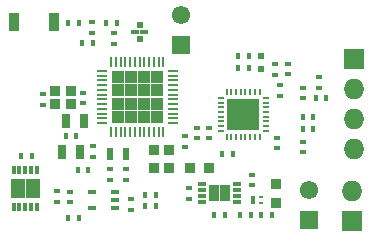
<source format=gts>
G04 #@! TF.GenerationSoftware,KiCad,Pcbnew,(5.0.0)*
G04 #@! TF.CreationDate,2019-04-26T12:00:10-04:00*
G04 #@! TF.ProjectId,StrainGauge2,53747261696E4761756765322E6B6963,rev?*
G04 #@! TF.SameCoordinates,Original*
G04 #@! TF.FileFunction,Soldermask,Top*
G04 #@! TF.FilePolarity,Negative*
%FSLAX46Y46*%
G04 Gerber Fmt 4.6, Leading zero omitted, Abs format (unit mm)*
G04 Created by KiCad (PCBNEW (5.0.0)) date 04/26/19 12:00:10*
%MOMM*%
%LPD*%
G01*
G04 APERTURE LIST*
%ADD10R,1.730000X1.730000*%
%ADD11O,1.730000X1.730000*%
%ADD12R,0.629440X0.428780*%
%ADD13R,0.428780X0.629440*%
%ADD14R,0.680000X0.430000*%
%ADD15R,0.830000X0.830000*%
%ADD16O,0.630000X0.230000*%
%ADD17R,0.630000X0.230000*%
%ADD18O,0.230000X0.630000*%
%ADD19R,0.230000X0.630000*%
%ADD20R,1.355000X1.355000*%
%ADD21R,0.330000X0.680000*%
%ADD22R,1.270000X0.805000*%
%ADD23R,0.730000X0.330000*%
%ADD24R,0.630000X0.630000*%
%ADD25R,1.554000X1.554000*%
%ADD26C,1.554000*%
%ADD27R,0.665000X1.173000*%
%ADD28R,0.930000X0.830000*%
%ADD29R,0.830000X1.630000*%
%ADD30R,0.230000X0.830000*%
%ADD31R,0.830000X0.230000*%
%ADD32R,1.142500X1.142500*%
%ADD33R,0.630000X1.130000*%
%ADD34R,0.530000X0.630000*%
%ADD35R,0.780000X0.330000*%
%ADD36R,0.905000X0.755000*%
%ADD37R,0.430000X0.730000*%
%ADD38R,0.430000X0.280000*%
G04 APERTURE END LIST*
D10*
G04 #@! TO.C,P5*
X296175000Y-130770000D03*
D11*
X296175000Y-133310000D03*
X296175000Y-135850000D03*
X296175000Y-138390000D03*
G04 #@! TD*
D12*
G04 #@! TO.C,R11*
X293150000Y-132300840D03*
X293150000Y-133200000D03*
G04 #@! TD*
D13*
G04 #@! TO.C,R6*
X292900000Y-134100000D03*
X293799160Y-134100000D03*
G04 #@! TD*
D10*
G04 #@! TO.C,P3*
X295990000Y-144510000D03*
D11*
X295990000Y-141970000D03*
G04 #@! TD*
D13*
G04 #@! TO.C,R5*
X278480420Y-142290000D03*
X279379580Y-142290000D03*
G04 #@! TD*
D14*
G04 #@! TO.C,U5*
X275900000Y-143360000D03*
X275900000Y-142060000D03*
X275900000Y-142710000D03*
X274000000Y-142060000D03*
X274000000Y-143360000D03*
G04 #@! TD*
D15*
G04 #@! TO.C,D4*
X289520000Y-142980000D03*
X289520000Y-141380000D03*
G04 #@! TD*
D13*
G04 #@! TO.C,C18*
X288310420Y-144010000D03*
X289209580Y-144010000D03*
G04 #@! TD*
G04 #@! TO.C,R10*
X286530420Y-144010000D03*
X287429580Y-144010000D03*
G04 #@! TD*
G04 #@! TO.C,C16*
X285199580Y-144020000D03*
X284300420Y-144020000D03*
G04 #@! TD*
D12*
G04 #@! TO.C,R9*
X282140000Y-142639580D03*
X282140000Y-141740420D03*
G04 #@! TD*
G04 #@! TO.C,C17*
X287490000Y-141469580D03*
X287490000Y-140570420D03*
G04 #@! TD*
D15*
G04 #@! TO.C,D3*
X282240000Y-140050000D03*
X283840000Y-140050000D03*
G04 #@! TD*
D12*
G04 #@! TO.C,C22*
X281800000Y-137320420D03*
X281800000Y-138219580D03*
G04 #@! TD*
D13*
G04 #@! TO.C,R7*
X279379580Y-143270000D03*
X278480420Y-143270000D03*
G04 #@! TD*
D12*
G04 #@! TO.C,C14*
X277310000Y-143549580D03*
X277310000Y-142650420D03*
G04 #@! TD*
D13*
G04 #@! TO.C,C15*
X272849580Y-144260000D03*
X271950420Y-144260000D03*
G04 #@! TD*
D16*
G04 #@! TO.C,U2*
X288660000Y-136870000D03*
D17*
X288660000Y-136470000D03*
X288660000Y-136070000D03*
X288660000Y-135670000D03*
X288660000Y-135270000D03*
X288660000Y-134870000D03*
X288660000Y-134470000D03*
D16*
X288660000Y-134070000D03*
D18*
X288160000Y-133570000D03*
D19*
X287760000Y-133570000D03*
X287360000Y-133570000D03*
X286960000Y-133570000D03*
X286560000Y-133570000D03*
X286160000Y-133570000D03*
X285760000Y-133570000D03*
D18*
X285360000Y-133570000D03*
D16*
X284860000Y-134070000D03*
D17*
X284860000Y-134470000D03*
X284860000Y-134870000D03*
X284860000Y-135270000D03*
X284860000Y-135670000D03*
X284860000Y-136070000D03*
X284860000Y-136470000D03*
D16*
X284860000Y-136870000D03*
D18*
X285360000Y-137370000D03*
D19*
X285760000Y-137370000D03*
X286160000Y-137370000D03*
X286560000Y-137370000D03*
X286960000Y-137370000D03*
X287360000Y-137370000D03*
X287760000Y-137370000D03*
D18*
X288160000Y-137370000D03*
D20*
X286097500Y-134807500D03*
X286097500Y-136132500D03*
X287422500Y-134807500D03*
X287422500Y-136132500D03*
G04 #@! TD*
D12*
G04 #@! TO.C,C5*
X289890000Y-133899580D03*
X289890000Y-133000420D03*
G04 #@! TD*
G04 #@! TO.C,C3*
X289600000Y-138359580D03*
X289600000Y-137460420D03*
G04 #@! TD*
G04 #@! TO.C,C13*
X283830000Y-136610420D03*
X283830000Y-137509580D03*
G04 #@! TD*
G04 #@! TO.C,C12*
X282840000Y-136610420D03*
X282840000Y-137509580D03*
G04 #@! TD*
D13*
G04 #@! TO.C,C8*
X286320420Y-130570000D03*
X287219580Y-130570000D03*
G04 #@! TD*
D12*
G04 #@! TO.C,C10*
X290600000Y-131190420D03*
X290600000Y-132089580D03*
G04 #@! TD*
D13*
G04 #@! TO.C,C7*
X286320420Y-131520000D03*
X287219580Y-131520000D03*
G04 #@! TD*
D21*
G04 #@! TO.C,U1*
X269320000Y-140200000D03*
X268820000Y-140200000D03*
X268320000Y-140200000D03*
X267820000Y-140200000D03*
X267320000Y-140200000D03*
X267320000Y-143300000D03*
X267820000Y-143300000D03*
X268320000Y-143300000D03*
X268820000Y-143300000D03*
X269320000Y-143300000D03*
D22*
X267700000Y-142137500D03*
X268940000Y-142137500D03*
X267700000Y-141362500D03*
X268940000Y-141362500D03*
G04 #@! TD*
D13*
G04 #@! TO.C,L1*
X267990420Y-138970000D03*
X268889580Y-138970000D03*
G04 #@! TD*
D12*
G04 #@! TO.C,C21*
X274070000Y-139049580D03*
X274070000Y-138150420D03*
G04 #@! TD*
D23*
G04 #@! TO.C,F1*
X278326500Y-128500000D03*
D24*
X278000000Y-129112500D03*
X278000000Y-127887500D03*
D23*
X277637500Y-128500000D03*
G04 #@! TD*
D12*
G04 #@! TO.C,C34*
X275840000Y-129489580D03*
X275840000Y-128590420D03*
G04 #@! TD*
D13*
G04 #@! TO.C,C33*
X273150420Y-129450000D03*
X274049580Y-129450000D03*
G04 #@! TD*
D25*
G04 #@! TO.C,P2*
X281500000Y-129560000D03*
D26*
X281500000Y-127020000D03*
G04 #@! TD*
D15*
G04 #@! TO.C,D2*
X280490000Y-140050000D03*
X280490000Y-138450000D03*
G04 #@! TD*
D13*
G04 #@! TO.C,C11*
X285889580Y-138790000D03*
X284990420Y-138790000D03*
G04 #@! TD*
D12*
G04 #@! TO.C,C6*
X289500000Y-131220420D03*
X289500000Y-132119580D03*
G04 #@! TD*
G04 #@! TO.C,C2*
X271040000Y-142899580D03*
X271040000Y-142000420D03*
G04 #@! TD*
G04 #@! TO.C,C1*
X272140000Y-142909580D03*
X272140000Y-142010420D03*
G04 #@! TD*
G04 #@! TO.C,R4*
X291850000Y-133200840D03*
X291850000Y-134100000D03*
G04 #@! TD*
D13*
G04 #@! TO.C,R3*
X292715053Y-135672892D03*
X291815893Y-135672892D03*
G04 #@! TD*
D12*
G04 #@! TO.C,R2*
X291825000Y-137800000D03*
X291825000Y-138699160D03*
G04 #@! TD*
D13*
G04 #@! TO.C,R1*
X292715473Y-136747892D03*
X291816313Y-136747892D03*
G04 #@! TD*
D15*
G04 #@! TO.C,D1*
X279240000Y-140050000D03*
X279240000Y-138450000D03*
G04 #@! TD*
D25*
G04 #@! TO.C,P1*
X292380000Y-144450000D03*
D26*
X292380000Y-141910000D03*
G04 #@! TD*
D27*
G04 #@! TO.C,L4*
X272932000Y-138620000D03*
X271408000Y-138620000D03*
G04 #@! TD*
D28*
G04 #@! TO.C,X1*
X270800000Y-133500000D03*
X272200000Y-133500000D03*
X270800000Y-134600000D03*
X272200000Y-134600000D03*
G04 #@! TD*
D12*
G04 #@! TO.C,C28*
X275450000Y-140100420D03*
X275450000Y-140999580D03*
G04 #@! TD*
D13*
G04 #@! TO.C,C26*
X273649580Y-140200000D03*
X272750420Y-140200000D03*
G04 #@! TD*
D12*
G04 #@! TO.C,C24*
X269800000Y-133750420D03*
X269800000Y-134649580D03*
G04 #@! TD*
G04 #@! TO.C,C25*
X273200000Y-134549580D03*
X273200000Y-133650420D03*
G04 #@! TD*
G04 #@! TO.C,C29*
X276850000Y-140100420D03*
X276850000Y-140999580D03*
G04 #@! TD*
D29*
G04 #@! TO.C,A1*
X270745000Y-127673000D03*
X267345000Y-127673000D03*
G04 #@! TD*
D13*
G04 #@! TO.C,L6*
X272849580Y-127700000D03*
X271950420Y-127700000D03*
G04 #@! TD*
D12*
G04 #@! TO.C,L5*
X274000000Y-127650420D03*
X274000000Y-128549580D03*
G04 #@! TD*
D13*
G04 #@! TO.C,C30*
X276049580Y-127700000D03*
X275150420Y-127700000D03*
G04 #@! TD*
G04 #@! TO.C,L3*
X271730420Y-137270000D03*
X272629580Y-137270000D03*
G04 #@! TD*
D27*
G04 #@! TO.C,C23*
X273262000Y-136000000D03*
X271738000Y-136000000D03*
G04 #@! TD*
D30*
G04 #@! TO.C,U3*
X275600000Y-137000000D03*
X276000000Y-137000000D03*
X276400000Y-137000000D03*
X276800000Y-137000000D03*
X277200000Y-137000000D03*
X277600000Y-137000000D03*
X278000000Y-137000000D03*
X278400000Y-137000000D03*
X278800000Y-137000000D03*
X279200000Y-137000000D03*
X279600000Y-137000000D03*
X280000000Y-137000000D03*
D31*
X280800000Y-136200000D03*
X280800000Y-135800000D03*
X280800000Y-135400000D03*
X280800000Y-135000000D03*
X280800000Y-134600000D03*
X280800000Y-134200000D03*
X280800000Y-133800000D03*
X280800000Y-133400000D03*
X280800000Y-133000000D03*
X280800000Y-132600000D03*
X280800000Y-132200000D03*
X280800000Y-131800000D03*
D30*
X280000000Y-131000000D03*
X279600000Y-131000000D03*
X279200000Y-131000000D03*
X278800000Y-131000000D03*
X278400000Y-131000000D03*
X278000000Y-131000000D03*
X277600000Y-131000000D03*
X277200000Y-131000000D03*
X276800000Y-131000000D03*
X276400000Y-131000000D03*
X276000000Y-131000000D03*
X275600000Y-131000000D03*
D31*
X274800000Y-131800000D03*
X274800000Y-132200000D03*
X274800000Y-132600000D03*
X274800000Y-133000000D03*
X274800000Y-133400000D03*
X274800000Y-133800000D03*
X274800000Y-134200000D03*
X274800000Y-134600000D03*
X274800000Y-135000000D03*
X274800000Y-135400000D03*
X274800000Y-135800000D03*
X274800000Y-136200000D03*
D32*
X279468750Y-132331250D03*
X278356250Y-132331250D03*
X277243750Y-132331250D03*
X276131250Y-132331250D03*
X279468750Y-133443750D03*
X278356250Y-133443750D03*
X277243750Y-133443750D03*
X276131250Y-133443750D03*
X279468750Y-134556250D03*
X278356250Y-134556250D03*
X277243750Y-134556250D03*
X276131250Y-134556250D03*
X279468750Y-135668750D03*
X278356250Y-135668750D03*
X277243750Y-135668750D03*
X276131250Y-135668750D03*
G04 #@! TD*
D33*
G04 #@! TO.C,X2*
X276850000Y-138850000D03*
X275450000Y-138850000D03*
G04 #@! TD*
D34*
G04 #@! TO.C,C9*
X288280000Y-131610000D03*
X288280000Y-130510000D03*
G04 #@! TD*
D35*
G04 #@! TO.C,U6*
X286210000Y-142890000D03*
X286210000Y-142390000D03*
X286210000Y-141890000D03*
X286210000Y-141390000D03*
X283310000Y-141390000D03*
X283310000Y-141890000D03*
X283310000Y-142390000D03*
X283310000Y-142890000D03*
D36*
X284322500Y-141777500D03*
X284322500Y-142502500D03*
X285197500Y-141777500D03*
X285197500Y-142502500D03*
G04 #@! TD*
D37*
G04 #@! TO.C,Q1*
X287610000Y-142730000D03*
D38*
X288310000Y-142955000D03*
X288310000Y-142505000D03*
G04 #@! TD*
M02*

</source>
